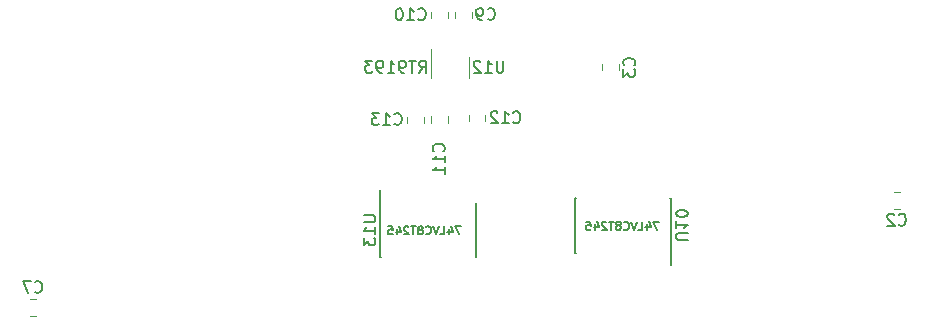
<source format=gbr>
G04 #@! TF.GenerationSoftware,KiCad,Pcbnew,(5.1.4)-1*
G04 #@! TF.CreationDate,2021-02-27T15:59:54-03:00*
G04 #@! TF.ProjectId,OpenDrive-Genesis,4f70656e-4472-4697-9665-2d47656e6573,rev?*
G04 #@! TF.SameCoordinates,Original*
G04 #@! TF.FileFunction,Legend,Bot*
G04 #@! TF.FilePolarity,Positive*
%FSLAX46Y46*%
G04 Gerber Fmt 4.6, Leading zero omitted, Abs format (unit mm)*
G04 Created by KiCad (PCBNEW (5.1.4)-1) date 2021-02-27 15:59:54*
%MOMM*%
%LPD*%
G04 APERTURE LIST*
%ADD10C,0.150000*%
%ADD11C,0.120000*%
G04 APERTURE END LIST*
D10*
X107240000Y-69847666D02*
X106773333Y-69847666D01*
X107073333Y-70547666D01*
X106206666Y-70081000D02*
X106206666Y-70547666D01*
X106373333Y-69814333D02*
X106540000Y-70314333D01*
X106106666Y-70314333D01*
X105506666Y-70547666D02*
X105840000Y-70547666D01*
X105840000Y-69847666D01*
X105373333Y-69847666D02*
X105140000Y-70547666D01*
X104906666Y-69847666D01*
X104273333Y-70481000D02*
X104306666Y-70514333D01*
X104406666Y-70547666D01*
X104473333Y-70547666D01*
X104573333Y-70514333D01*
X104640000Y-70447666D01*
X104673333Y-70381000D01*
X104706666Y-70247666D01*
X104706666Y-70147666D01*
X104673333Y-70014333D01*
X104640000Y-69947666D01*
X104573333Y-69881000D01*
X104473333Y-69847666D01*
X104406666Y-69847666D01*
X104306666Y-69881000D01*
X104273333Y-69914333D01*
X103873333Y-70147666D02*
X103940000Y-70114333D01*
X103973333Y-70081000D01*
X104006666Y-70014333D01*
X104006666Y-69981000D01*
X103973333Y-69914333D01*
X103940000Y-69881000D01*
X103873333Y-69847666D01*
X103740000Y-69847666D01*
X103673333Y-69881000D01*
X103640000Y-69914333D01*
X103606666Y-69981000D01*
X103606666Y-70014333D01*
X103640000Y-70081000D01*
X103673333Y-70114333D01*
X103740000Y-70147666D01*
X103873333Y-70147666D01*
X103940000Y-70181000D01*
X103973333Y-70214333D01*
X104006666Y-70281000D01*
X104006666Y-70414333D01*
X103973333Y-70481000D01*
X103940000Y-70514333D01*
X103873333Y-70547666D01*
X103740000Y-70547666D01*
X103673333Y-70514333D01*
X103640000Y-70481000D01*
X103606666Y-70414333D01*
X103606666Y-70281000D01*
X103640000Y-70214333D01*
X103673333Y-70181000D01*
X103740000Y-70147666D01*
X103406666Y-69847666D02*
X103006666Y-69847666D01*
X103206666Y-70547666D02*
X103206666Y-69847666D01*
X102806666Y-69914333D02*
X102773333Y-69881000D01*
X102706666Y-69847666D01*
X102540000Y-69847666D01*
X102473333Y-69881000D01*
X102440000Y-69914333D01*
X102406666Y-69981000D01*
X102406666Y-70047666D01*
X102440000Y-70147666D01*
X102840000Y-70547666D01*
X102406666Y-70547666D01*
X101806666Y-70081000D02*
X101806666Y-70547666D01*
X101973333Y-69814333D02*
X102140000Y-70314333D01*
X101706666Y-70314333D01*
X101106666Y-69847666D02*
X101440000Y-69847666D01*
X101473333Y-70181000D01*
X101440000Y-70147666D01*
X101373333Y-70114333D01*
X101206666Y-70114333D01*
X101140000Y-70147666D01*
X101106666Y-70181000D01*
X101073333Y-70247666D01*
X101073333Y-70414333D01*
X101106666Y-70481000D01*
X101140000Y-70514333D01*
X101206666Y-70547666D01*
X101373333Y-70547666D01*
X101440000Y-70514333D01*
X101473333Y-70481000D01*
X90476000Y-70228666D02*
X90009333Y-70228666D01*
X90309333Y-70928666D01*
X89442666Y-70462000D02*
X89442666Y-70928666D01*
X89609333Y-70195333D02*
X89776000Y-70695333D01*
X89342666Y-70695333D01*
X88742666Y-70928666D02*
X89076000Y-70928666D01*
X89076000Y-70228666D01*
X88609333Y-70228666D02*
X88376000Y-70928666D01*
X88142666Y-70228666D01*
X87509333Y-70862000D02*
X87542666Y-70895333D01*
X87642666Y-70928666D01*
X87709333Y-70928666D01*
X87809333Y-70895333D01*
X87876000Y-70828666D01*
X87909333Y-70762000D01*
X87942666Y-70628666D01*
X87942666Y-70528666D01*
X87909333Y-70395333D01*
X87876000Y-70328666D01*
X87809333Y-70262000D01*
X87709333Y-70228666D01*
X87642666Y-70228666D01*
X87542666Y-70262000D01*
X87509333Y-70295333D01*
X87109333Y-70528666D02*
X87176000Y-70495333D01*
X87209333Y-70462000D01*
X87242666Y-70395333D01*
X87242666Y-70362000D01*
X87209333Y-70295333D01*
X87176000Y-70262000D01*
X87109333Y-70228666D01*
X86976000Y-70228666D01*
X86909333Y-70262000D01*
X86876000Y-70295333D01*
X86842666Y-70362000D01*
X86842666Y-70395333D01*
X86876000Y-70462000D01*
X86909333Y-70495333D01*
X86976000Y-70528666D01*
X87109333Y-70528666D01*
X87176000Y-70562000D01*
X87209333Y-70595333D01*
X87242666Y-70662000D01*
X87242666Y-70795333D01*
X87209333Y-70862000D01*
X87176000Y-70895333D01*
X87109333Y-70928666D01*
X86976000Y-70928666D01*
X86909333Y-70895333D01*
X86876000Y-70862000D01*
X86842666Y-70795333D01*
X86842666Y-70662000D01*
X86876000Y-70595333D01*
X86909333Y-70562000D01*
X86976000Y-70528666D01*
X86642666Y-70228666D02*
X86242666Y-70228666D01*
X86442666Y-70928666D02*
X86442666Y-70228666D01*
X86042666Y-70295333D02*
X86009333Y-70262000D01*
X85942666Y-70228666D01*
X85776000Y-70228666D01*
X85709333Y-70262000D01*
X85676000Y-70295333D01*
X85642666Y-70362000D01*
X85642666Y-70428666D01*
X85676000Y-70528666D01*
X86076000Y-70928666D01*
X85642666Y-70928666D01*
X85042666Y-70462000D02*
X85042666Y-70928666D01*
X85209333Y-70195333D02*
X85376000Y-70695333D01*
X84942666Y-70695333D01*
X84342666Y-70228666D02*
X84676000Y-70228666D01*
X84709333Y-70562000D01*
X84676000Y-70528666D01*
X84609333Y-70495333D01*
X84442666Y-70495333D01*
X84376000Y-70528666D01*
X84342666Y-70562000D01*
X84309333Y-70628666D01*
X84309333Y-70795333D01*
X84342666Y-70862000D01*
X84376000Y-70895333D01*
X84442666Y-70928666D01*
X84609333Y-70928666D01*
X84676000Y-70895333D01*
X84709333Y-70862000D01*
X86939190Y-57221380D02*
X87272523Y-56745190D01*
X87510619Y-57221380D02*
X87510619Y-56221380D01*
X87129666Y-56221380D01*
X87034428Y-56269000D01*
X86986809Y-56316619D01*
X86939190Y-56411857D01*
X86939190Y-56554714D01*
X86986809Y-56649952D01*
X87034428Y-56697571D01*
X87129666Y-56745190D01*
X87510619Y-56745190D01*
X86653476Y-56221380D02*
X86082047Y-56221380D01*
X86367761Y-57221380D02*
X86367761Y-56221380D01*
X85701095Y-57221380D02*
X85510619Y-57221380D01*
X85415380Y-57173761D01*
X85367761Y-57126142D01*
X85272523Y-56983285D01*
X85224904Y-56792809D01*
X85224904Y-56411857D01*
X85272523Y-56316619D01*
X85320142Y-56269000D01*
X85415380Y-56221380D01*
X85605857Y-56221380D01*
X85701095Y-56269000D01*
X85748714Y-56316619D01*
X85796333Y-56411857D01*
X85796333Y-56649952D01*
X85748714Y-56745190D01*
X85701095Y-56792809D01*
X85605857Y-56840428D01*
X85415380Y-56840428D01*
X85320142Y-56792809D01*
X85272523Y-56745190D01*
X85224904Y-56649952D01*
X84272523Y-57221380D02*
X84843952Y-57221380D01*
X84558238Y-57221380D02*
X84558238Y-56221380D01*
X84653476Y-56364238D01*
X84748714Y-56459476D01*
X84843952Y-56507095D01*
X83796333Y-57221380D02*
X83605857Y-57221380D01*
X83510619Y-57173761D01*
X83463000Y-57126142D01*
X83367761Y-56983285D01*
X83320142Y-56792809D01*
X83320142Y-56411857D01*
X83367761Y-56316619D01*
X83415380Y-56269000D01*
X83510619Y-56221380D01*
X83701095Y-56221380D01*
X83796333Y-56269000D01*
X83843952Y-56316619D01*
X83891571Y-56411857D01*
X83891571Y-56649952D01*
X83843952Y-56745190D01*
X83796333Y-56792809D01*
X83701095Y-56840428D01*
X83510619Y-56840428D01*
X83415380Y-56792809D01*
X83367761Y-56745190D01*
X83320142Y-56649952D01*
X82986809Y-56221380D02*
X82367761Y-56221380D01*
X82701095Y-56602333D01*
X82558238Y-56602333D01*
X82463000Y-56649952D01*
X82415380Y-56697571D01*
X82367761Y-56792809D01*
X82367761Y-57030904D01*
X82415380Y-57126142D01*
X82463000Y-57173761D01*
X82558238Y-57221380D01*
X82843952Y-57221380D01*
X82939190Y-57173761D01*
X82986809Y-57126142D01*
X108215800Y-67829800D02*
X108190800Y-67829800D01*
X100165800Y-67829800D02*
X100190800Y-67829800D01*
X100165800Y-72479800D02*
X100190800Y-72479800D01*
X108265800Y-73554800D02*
X108265800Y-67829800D01*
X100165800Y-72479800D02*
X100165800Y-67829800D01*
X91767600Y-68231000D02*
X91767600Y-72881000D01*
X83667600Y-67156000D02*
X83667600Y-72881000D01*
X91767600Y-68231000D02*
X91742600Y-68231000D01*
X91767600Y-72881000D02*
X91742600Y-72881000D01*
X83717600Y-72881000D02*
X83742600Y-72881000D01*
D11*
X87935000Y-57691000D02*
X87935000Y-55241000D01*
X91155000Y-55891000D02*
X91155000Y-57691000D01*
X85904000Y-61484252D02*
X85904000Y-60961748D01*
X87324000Y-61484252D02*
X87324000Y-60961748D01*
X92556400Y-60791348D02*
X92556400Y-61313852D01*
X91136400Y-60791348D02*
X91136400Y-61313852D01*
X87936000Y-61466252D02*
X87936000Y-60943748D01*
X89356000Y-61466252D02*
X89356000Y-60943748D01*
X89356000Y-52594252D02*
X89356000Y-52071748D01*
X87936000Y-52594252D02*
X87936000Y-52071748D01*
X89968000Y-52594252D02*
X89968000Y-52071748D01*
X91388000Y-52594252D02*
X91388000Y-52071748D01*
X54499252Y-77799000D02*
X53976748Y-77799000D01*
X54499252Y-76379000D02*
X53976748Y-76379000D01*
X102414000Y-57039252D02*
X102414000Y-56516748D01*
X103834000Y-57039252D02*
X103834000Y-56516748D01*
X127110748Y-67362000D02*
X127633252Y-67362000D01*
X127110748Y-68782000D02*
X127633252Y-68782000D01*
D10*
X109688419Y-71392895D02*
X108878895Y-71392895D01*
X108783657Y-71345276D01*
X108736038Y-71297657D01*
X108688419Y-71202419D01*
X108688419Y-71011942D01*
X108736038Y-70916704D01*
X108783657Y-70869085D01*
X108878895Y-70821466D01*
X109688419Y-70821466D01*
X108688419Y-69821466D02*
X108688419Y-70392895D01*
X108688419Y-70107180D02*
X109688419Y-70107180D01*
X109545561Y-70202419D01*
X109450323Y-70297657D01*
X109402704Y-70392895D01*
X109688419Y-69202419D02*
X109688419Y-69107180D01*
X109640800Y-69011942D01*
X109593180Y-68964323D01*
X109497942Y-68916704D01*
X109307466Y-68869085D01*
X109069371Y-68869085D01*
X108878895Y-68916704D01*
X108783657Y-68964323D01*
X108736038Y-69011942D01*
X108688419Y-69107180D01*
X108688419Y-69202419D01*
X108736038Y-69297657D01*
X108783657Y-69345276D01*
X108878895Y-69392895D01*
X109069371Y-69440514D01*
X109307466Y-69440514D01*
X109497942Y-69392895D01*
X109593180Y-69345276D01*
X109640800Y-69297657D01*
X109688419Y-69202419D01*
X82244980Y-69317904D02*
X83054504Y-69317904D01*
X83149742Y-69365523D01*
X83197361Y-69413142D01*
X83244980Y-69508380D01*
X83244980Y-69698857D01*
X83197361Y-69794095D01*
X83149742Y-69841714D01*
X83054504Y-69889333D01*
X82244980Y-69889333D01*
X83244980Y-70889333D02*
X83244980Y-70317904D01*
X83244980Y-70603619D02*
X82244980Y-70603619D01*
X82387838Y-70508380D01*
X82483076Y-70413142D01*
X82530695Y-70317904D01*
X82244980Y-71222666D02*
X82244980Y-71841714D01*
X82625933Y-71508380D01*
X82625933Y-71651238D01*
X82673552Y-71746476D01*
X82721171Y-71794095D01*
X82816409Y-71841714D01*
X83054504Y-71841714D01*
X83149742Y-71794095D01*
X83197361Y-71746476D01*
X83244980Y-71651238D01*
X83244980Y-71365523D01*
X83197361Y-71270285D01*
X83149742Y-71222666D01*
X94075095Y-56221380D02*
X94075095Y-57030904D01*
X94027476Y-57126142D01*
X93979857Y-57173761D01*
X93884619Y-57221380D01*
X93694142Y-57221380D01*
X93598904Y-57173761D01*
X93551285Y-57126142D01*
X93503666Y-57030904D01*
X93503666Y-56221380D01*
X92503666Y-57221380D02*
X93075095Y-57221380D01*
X92789380Y-57221380D02*
X92789380Y-56221380D01*
X92884619Y-56364238D01*
X92979857Y-56459476D01*
X93075095Y-56507095D01*
X92122714Y-56316619D02*
X92075095Y-56269000D01*
X91979857Y-56221380D01*
X91741761Y-56221380D01*
X91646523Y-56269000D01*
X91598904Y-56316619D01*
X91551285Y-56411857D01*
X91551285Y-56507095D01*
X91598904Y-56649952D01*
X92170333Y-57221380D01*
X91551285Y-57221380D01*
X84843857Y-61571142D02*
X84891476Y-61618761D01*
X85034333Y-61666380D01*
X85129571Y-61666380D01*
X85272428Y-61618761D01*
X85367666Y-61523523D01*
X85415285Y-61428285D01*
X85462904Y-61237809D01*
X85462904Y-61094952D01*
X85415285Y-60904476D01*
X85367666Y-60809238D01*
X85272428Y-60714000D01*
X85129571Y-60666380D01*
X85034333Y-60666380D01*
X84891476Y-60714000D01*
X84843857Y-60761619D01*
X83891476Y-61666380D02*
X84462904Y-61666380D01*
X84177190Y-61666380D02*
X84177190Y-60666380D01*
X84272428Y-60809238D01*
X84367666Y-60904476D01*
X84462904Y-60952095D01*
X83558142Y-60666380D02*
X82939095Y-60666380D01*
X83272428Y-61047333D01*
X83129571Y-61047333D01*
X83034333Y-61094952D01*
X82986714Y-61142571D01*
X82939095Y-61237809D01*
X82939095Y-61475904D01*
X82986714Y-61571142D01*
X83034333Y-61618761D01*
X83129571Y-61666380D01*
X83415285Y-61666380D01*
X83510523Y-61618761D01*
X83558142Y-61571142D01*
X94902257Y-61418742D02*
X94949876Y-61466361D01*
X95092733Y-61513980D01*
X95187971Y-61513980D01*
X95330828Y-61466361D01*
X95426066Y-61371123D01*
X95473685Y-61275885D01*
X95521304Y-61085409D01*
X95521304Y-60942552D01*
X95473685Y-60752076D01*
X95426066Y-60656838D01*
X95330828Y-60561600D01*
X95187971Y-60513980D01*
X95092733Y-60513980D01*
X94949876Y-60561600D01*
X94902257Y-60609219D01*
X93949876Y-61513980D02*
X94521304Y-61513980D01*
X94235590Y-61513980D02*
X94235590Y-60513980D01*
X94330828Y-60656838D01*
X94426066Y-60752076D01*
X94521304Y-60799695D01*
X93568923Y-60609219D02*
X93521304Y-60561600D01*
X93426066Y-60513980D01*
X93187971Y-60513980D01*
X93092733Y-60561600D01*
X93045114Y-60609219D01*
X92997495Y-60704457D01*
X92997495Y-60799695D01*
X93045114Y-60942552D01*
X93616542Y-61513980D01*
X92997495Y-61513980D01*
X89003142Y-63873142D02*
X89050761Y-63825523D01*
X89098380Y-63682666D01*
X89098380Y-63587428D01*
X89050761Y-63444571D01*
X88955523Y-63349333D01*
X88860285Y-63301714D01*
X88669809Y-63254095D01*
X88526952Y-63254095D01*
X88336476Y-63301714D01*
X88241238Y-63349333D01*
X88146000Y-63444571D01*
X88098380Y-63587428D01*
X88098380Y-63682666D01*
X88146000Y-63825523D01*
X88193619Y-63873142D01*
X89098380Y-64825523D02*
X89098380Y-64254095D01*
X89098380Y-64539809D02*
X88098380Y-64539809D01*
X88241238Y-64444571D01*
X88336476Y-64349333D01*
X88384095Y-64254095D01*
X89098380Y-65777904D02*
X89098380Y-65206476D01*
X89098380Y-65492190D02*
X88098380Y-65492190D01*
X88241238Y-65396952D01*
X88336476Y-65301714D01*
X88384095Y-65206476D01*
X86875857Y-52690142D02*
X86923476Y-52737761D01*
X87066333Y-52785380D01*
X87161571Y-52785380D01*
X87304428Y-52737761D01*
X87399666Y-52642523D01*
X87447285Y-52547285D01*
X87494904Y-52356809D01*
X87494904Y-52213952D01*
X87447285Y-52023476D01*
X87399666Y-51928238D01*
X87304428Y-51833000D01*
X87161571Y-51785380D01*
X87066333Y-51785380D01*
X86923476Y-51833000D01*
X86875857Y-51880619D01*
X85923476Y-52785380D02*
X86494904Y-52785380D01*
X86209190Y-52785380D02*
X86209190Y-51785380D01*
X86304428Y-51928238D01*
X86399666Y-52023476D01*
X86494904Y-52071095D01*
X85304428Y-51785380D02*
X85209190Y-51785380D01*
X85113952Y-51833000D01*
X85066333Y-51880619D01*
X85018714Y-51975857D01*
X84971095Y-52166333D01*
X84971095Y-52404428D01*
X85018714Y-52594904D01*
X85066333Y-52690142D01*
X85113952Y-52737761D01*
X85209190Y-52785380D01*
X85304428Y-52785380D01*
X85399666Y-52737761D01*
X85447285Y-52690142D01*
X85494904Y-52594904D01*
X85542523Y-52404428D01*
X85542523Y-52166333D01*
X85494904Y-51975857D01*
X85447285Y-51880619D01*
X85399666Y-51833000D01*
X85304428Y-51785380D01*
X92749666Y-52681142D02*
X92797285Y-52728761D01*
X92940142Y-52776380D01*
X93035380Y-52776380D01*
X93178238Y-52728761D01*
X93273476Y-52633523D01*
X93321095Y-52538285D01*
X93368714Y-52347809D01*
X93368714Y-52204952D01*
X93321095Y-52014476D01*
X93273476Y-51919238D01*
X93178238Y-51824000D01*
X93035380Y-51776380D01*
X92940142Y-51776380D01*
X92797285Y-51824000D01*
X92749666Y-51871619D01*
X92273476Y-52776380D02*
X92083000Y-52776380D01*
X91987761Y-52728761D01*
X91940142Y-52681142D01*
X91844904Y-52538285D01*
X91797285Y-52347809D01*
X91797285Y-51966857D01*
X91844904Y-51871619D01*
X91892523Y-51824000D01*
X91987761Y-51776380D01*
X92178238Y-51776380D01*
X92273476Y-51824000D01*
X92321095Y-51871619D01*
X92368714Y-51966857D01*
X92368714Y-52204952D01*
X92321095Y-52300190D01*
X92273476Y-52347809D01*
X92178238Y-52395428D01*
X91987761Y-52395428D01*
X91892523Y-52347809D01*
X91844904Y-52300190D01*
X91797285Y-52204952D01*
X54404666Y-75796142D02*
X54452285Y-75843761D01*
X54595142Y-75891380D01*
X54690380Y-75891380D01*
X54833238Y-75843761D01*
X54928476Y-75748523D01*
X54976095Y-75653285D01*
X55023714Y-75462809D01*
X55023714Y-75319952D01*
X54976095Y-75129476D01*
X54928476Y-75034238D01*
X54833238Y-74939000D01*
X54690380Y-74891380D01*
X54595142Y-74891380D01*
X54452285Y-74939000D01*
X54404666Y-74986619D01*
X54071333Y-74891380D02*
X53404666Y-74891380D01*
X53833238Y-75891380D01*
X105131142Y-56611333D02*
X105178761Y-56563714D01*
X105226380Y-56420857D01*
X105226380Y-56325619D01*
X105178761Y-56182761D01*
X105083523Y-56087523D01*
X104988285Y-56039904D01*
X104797809Y-55992285D01*
X104654952Y-55992285D01*
X104464476Y-56039904D01*
X104369238Y-56087523D01*
X104274000Y-56182761D01*
X104226380Y-56325619D01*
X104226380Y-56420857D01*
X104274000Y-56563714D01*
X104321619Y-56611333D01*
X104226380Y-56944666D02*
X104226380Y-57563714D01*
X104607333Y-57230380D01*
X104607333Y-57373238D01*
X104654952Y-57468476D01*
X104702571Y-57516095D01*
X104797809Y-57563714D01*
X105035904Y-57563714D01*
X105131142Y-57516095D01*
X105178761Y-57468476D01*
X105226380Y-57373238D01*
X105226380Y-57087523D01*
X105178761Y-56992285D01*
X105131142Y-56944666D01*
X127538666Y-70079142D02*
X127586285Y-70126761D01*
X127729142Y-70174380D01*
X127824380Y-70174380D01*
X127967238Y-70126761D01*
X128062476Y-70031523D01*
X128110095Y-69936285D01*
X128157714Y-69745809D01*
X128157714Y-69602952D01*
X128110095Y-69412476D01*
X128062476Y-69317238D01*
X127967238Y-69222000D01*
X127824380Y-69174380D01*
X127729142Y-69174380D01*
X127586285Y-69222000D01*
X127538666Y-69269619D01*
X127157714Y-69269619D02*
X127110095Y-69222000D01*
X127014857Y-69174380D01*
X126776761Y-69174380D01*
X126681523Y-69222000D01*
X126633904Y-69269619D01*
X126586285Y-69364857D01*
X126586285Y-69460095D01*
X126633904Y-69602952D01*
X127205333Y-70174380D01*
X126586285Y-70174380D01*
M02*

</source>
